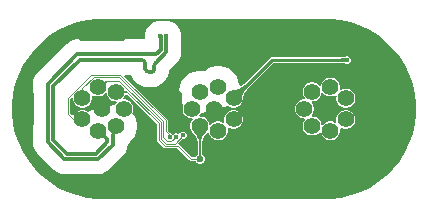
<source format=gtl>
G04*
G04 #@! TF.GenerationSoftware,Altium Limited,Altium Designer,23.3.1 (30)*
G04*
G04 Layer_Physical_Order=1*
G04 Layer_Color=255*
%FSLAX44Y44*%
%MOMM*%
G71*
G04*
G04 #@! TF.SameCoordinates,065D5753-7B19-4784-9F45-B8A4711B8C0D*
G04*
G04*
G04 #@! TF.FilePolarity,Positive*
G04*
G01*
G75*
%ADD17C,0.3660*%
%ADD18C,0.6000*%
G04:AMPARAMS|DCode=19|XSize=3mm|YSize=1mm|CornerRadius=0.25mm|HoleSize=0mm|Usage=FLASHONLY|Rotation=90.000|XOffset=0mm|YOffset=0mm|HoleType=Round|Shape=RoundedRectangle|*
%AMROUNDEDRECTD19*
21,1,3.0000,0.5000,0,0,90.0*
21,1,2.5000,1.0000,0,0,90.0*
1,1,0.5000,0.2500,1.2500*
1,1,0.5000,0.2500,-1.2500*
1,1,0.5000,-0.2500,-1.2500*
1,1,0.5000,-0.2500,1.2500*
%
%ADD19ROUNDEDRECTD19*%
%ADD20C,0.1016*%
%ADD21C,0.2540*%
%ADD22C,1.4000*%
G04:AMPARAMS|DCode=23|XSize=5mm|YSize=2mm|CornerRadius=0.5mm|HoleSize=0mm|Usage=FLASHONLY|Rotation=180.000|XOffset=0mm|YOffset=0mm|HoleType=Round|Shape=RoundedRectangle|*
%AMROUNDEDRECTD23*
21,1,5.0000,1.0000,0,0,180.0*
21,1,4.0000,2.0000,0,0,180.0*
1,1,1.0000,-2.0000,0.5000*
1,1,1.0000,2.0000,0.5000*
1,1,1.0000,2.0000,-0.5000*
1,1,1.0000,-2.0000,-0.5000*
%
%ADD23ROUNDEDRECTD23*%
G04:AMPARAMS|DCode=24|XSize=4mm|YSize=1mm|CornerRadius=0.25mm|HoleSize=0mm|Usage=FLASHONLY|Rotation=0.000|XOffset=0mm|YOffset=0mm|HoleType=Round|Shape=RoundedRectangle|*
%AMROUNDEDRECTD24*
21,1,4.0000,0.5000,0,0,0.0*
21,1,3.5000,1.0000,0,0,0.0*
1,1,0.5000,1.7500,-0.2500*
1,1,0.5000,-1.7500,-0.2500*
1,1,0.5000,-1.7500,0.2500*
1,1,0.5000,1.7500,0.2500*
%
%ADD24ROUNDEDRECTD24*%
G04:AMPARAMS|DCode=25|XSize=4mm|YSize=1.5mm|CornerRadius=0.375mm|HoleSize=0mm|Usage=FLASHONLY|Rotation=0.000|XOffset=0mm|YOffset=0mm|HoleType=Round|Shape=RoundedRectangle|*
%AMROUNDEDRECTD25*
21,1,4.0000,0.7500,0,0,0.0*
21,1,3.2500,1.5000,0,0,0.0*
1,1,0.7500,1.6250,-0.3750*
1,1,0.7500,-1.6250,-0.3750*
1,1,0.7500,-1.6250,0.3750*
1,1,0.7500,1.6250,0.3750*
%
%ADD25ROUNDEDRECTD25*%
%ADD26C,0.4064*%
%ADD27C,0.4100*%
%ADD28C,0.4060*%
G36*
X279770Y160158D02*
X288104Y158256D01*
X296174Y155432D01*
X303876Y151723D01*
X311115Y147175D01*
X317799Y141844D01*
X323844Y135799D01*
X329175Y129115D01*
X333723Y121876D01*
X337432Y114174D01*
X340256Y106105D01*
X342158Y97770D01*
X343116Y89275D01*
Y80725D01*
X342158Y72230D01*
X340256Y63896D01*
X337432Y55826D01*
X333723Y48123D01*
X329175Y40885D01*
X323844Y34201D01*
X317799Y28156D01*
X311115Y22825D01*
X303876Y18277D01*
X296174Y14568D01*
X288105Y11744D01*
X279770Y9842D01*
X271275Y8885D01*
X72758D01*
X64263Y9842D01*
X55929Y11744D01*
X47859Y14568D01*
X40156Y18277D01*
X32918Y22825D01*
X26234Y28156D01*
X20189Y34201D01*
X14858Y40885D01*
X10310Y48123D01*
X6601Y55826D01*
X3777Y63895D01*
X1875Y72230D01*
X918Y80725D01*
Y89275D01*
X1875Y97770D01*
X3777Y106104D01*
X6601Y114174D01*
X10310Y121876D01*
X14858Y129115D01*
X20189Y135799D01*
X26234Y141844D01*
X32918Y147175D01*
X40156Y151723D01*
X47859Y155432D01*
X55928Y158256D01*
X64263Y160158D01*
X72758Y161115D01*
X271275D01*
X279770Y160158D01*
D02*
G37*
%LPC*%
G36*
X133192Y159350D02*
X129808D01*
X128950Y159120D01*
X128092Y159350D01*
X124708D01*
X121440Y158474D01*
X118510Y156783D01*
X116117Y154390D01*
X114426Y151460D01*
X113550Y148192D01*
Y144808D01*
X112921Y143989D01*
X56160D01*
X56160Y143989D01*
X52863Y143555D01*
X49790Y142282D01*
X47152Y140258D01*
X47152Y140258D01*
X22082Y115188D01*
X20058Y112550D01*
X18785Y109477D01*
X18351Y106180D01*
Y56570D01*
X18785Y53273D01*
X20058Y50200D01*
X22082Y47562D01*
X36312Y33332D01*
X38950Y31308D01*
X42023Y30035D01*
X43671Y29818D01*
X45320Y29601D01*
X45320Y29601D01*
X73627D01*
X76924Y30035D01*
X79996Y31308D01*
X82635Y33332D01*
X95031Y45729D01*
X97055Y48367D01*
X98328Y51439D01*
X98545Y53088D01*
X98762Y54736D01*
X98762Y54736D01*
Y55593D01*
X100380Y56674D01*
X102859Y59153D01*
X104807Y62069D01*
X106149Y65308D01*
X106833Y68747D01*
Y72253D01*
X106149Y75692D01*
X104807Y78931D01*
X102908Y81774D01*
X102988Y81912D01*
X103533Y83947D01*
Y86053D01*
X102988Y88088D01*
X101935Y89912D01*
X100445Y91402D01*
X98621Y92455D01*
X96586Y93000D01*
X95643D01*
X95117Y94270D01*
X95435Y94588D01*
X96488Y96412D01*
X96638Y96974D01*
X98054Y97351D01*
X123320Y72086D01*
Y58548D01*
X123798Y57394D01*
X129096Y52096D01*
X130250Y51618D01*
X140792D01*
X151064Y41346D01*
X152218Y40868D01*
X156347D01*
X156609Y40234D01*
X157734Y39109D01*
X159204Y38500D01*
X160796D01*
X162266Y39109D01*
X163391Y40234D01*
X164000Y41704D01*
Y43296D01*
X163391Y44766D01*
X162266Y45891D01*
X162078Y45969D01*
X161632Y53180D01*
Y53954D01*
X161633Y53991D01*
X161760Y55567D01*
X161970Y57045D01*
X162262Y58426D01*
X162633Y59710D01*
X163084Y60897D01*
X163612Y61990D01*
X164218Y62991D01*
X164899Y63902D01*
X165696Y64768D01*
X165727Y64851D01*
X166414Y65155D01*
X167743Y64542D01*
X168045Y63412D01*
X169098Y61588D01*
X170588Y60098D01*
X172412Y59045D01*
X174447Y58500D01*
X176553D01*
X178588Y59045D01*
X180412Y60098D01*
X181902Y61588D01*
X182955Y63412D01*
X183500Y65447D01*
Y67553D01*
X183300Y68298D01*
X184391Y69135D01*
X185412Y68545D01*
X187447Y68000D01*
X189553D01*
X191588Y68545D01*
X193412Y69598D01*
X194902Y71088D01*
X195955Y72912D01*
X196500Y74947D01*
Y77053D01*
X195955Y79088D01*
X194902Y80912D01*
X193412Y82402D01*
X191588Y83455D01*
X189553Y84000D01*
X187447D01*
X185412Y83455D01*
X183588Y82402D01*
X182098Y80912D01*
X181045Y79088D01*
X180500Y77053D01*
Y74947D01*
X180700Y74202D01*
X179609Y73365D01*
X178588Y73955D01*
X176553Y74500D01*
X174447D01*
X172412Y73955D01*
X170588Y72902D01*
X169261Y71575D01*
X168764Y71566D01*
X168675Y71583D01*
X167909Y71892D01*
X167455Y73588D01*
X166402Y75412D01*
X164912Y76902D01*
X163088Y77955D01*
X161053Y78500D01*
X160110D01*
X159584Y79770D01*
X159902Y80088D01*
X160832Y81700D01*
X161753D01*
X165192Y82384D01*
X168431Y83726D01*
X171347Y85674D01*
X171767Y86094D01*
X173747Y85700D01*
X177253D01*
X180692Y86384D01*
X183603Y87590D01*
X185412Y86545D01*
X187447Y86000D01*
X189553D01*
X191588Y86545D01*
X193412Y87598D01*
X194902Y89088D01*
X195955Y90912D01*
X196500Y92947D01*
Y93843D01*
X196580Y94010D01*
X196634Y94976D01*
X196805Y95917D01*
X197102Y96907D01*
X197528Y97947D01*
X198089Y99034D01*
X198786Y100168D01*
X199612Y101334D01*
X201712Y103835D01*
X202966Y105139D01*
X203000Y105227D01*
X221871Y124097D01*
X279506D01*
X279593Y124060D01*
X282052Y124019D01*
X282551Y123984D01*
X282625Y123974D01*
X282772Y123826D01*
X283893Y123362D01*
X285107D01*
X286228Y123826D01*
X287086Y124684D01*
X287550Y125805D01*
Y127019D01*
X287086Y128140D01*
X286228Y128998D01*
X285107Y129462D01*
X283893D01*
X282772Y128998D01*
X282689Y128914D01*
X279559Y128763D01*
X279481Y128727D01*
X220912D01*
X220026Y128550D01*
X219275Y128049D01*
X199738Y108511D01*
X199655Y108481D01*
X197055Y106084D01*
X195846Y105120D01*
X194668Y104286D01*
X194570Y104226D01*
X193300Y104936D01*
Y105253D01*
X192616Y108692D01*
X191274Y111931D01*
X189326Y114847D01*
X186847Y117326D01*
X183932Y119274D01*
X180692Y120616D01*
X177253Y121300D01*
X173747D01*
X170308Y120616D01*
X167069Y119274D01*
X164153Y117326D01*
X163733Y116906D01*
X161753Y117300D01*
X158247D01*
X154808Y116616D01*
X151569Y115274D01*
X148653Y113326D01*
X146174Y110847D01*
X144226Y107931D01*
X142884Y104692D01*
X142200Y101253D01*
Y97747D01*
X142884Y94308D01*
X144226Y91069D01*
X146125Y88226D01*
X146045Y88088D01*
X145500Y86053D01*
Y83947D01*
X146045Y81912D01*
X147098Y80088D01*
X148588Y78598D01*
X150412Y77545D01*
X152447Y77000D01*
X153390D01*
X153916Y75730D01*
X153598Y75412D01*
X152545Y73588D01*
X152000Y71553D01*
Y69447D01*
X152545Y67412D01*
X153598Y65588D01*
X154237Y64949D01*
X154304Y64768D01*
X155101Y63902D01*
X155782Y62990D01*
X156387Y61990D01*
X156916Y60897D01*
X157367Y59710D01*
X157739Y58426D01*
X158030Y57045D01*
X158240Y55567D01*
X158367Y53991D01*
X158368Y53954D01*
Y53446D01*
X158286Y49181D01*
X158134Y47164D01*
X158042Y46485D01*
X157949Y46042D01*
X157922Y45969D01*
X157734Y45891D01*
X156609Y44766D01*
X156347Y44132D01*
X152894D01*
X142622Y54404D01*
X141967Y54676D01*
X141550Y56056D01*
X145016Y59521D01*
X145112Y59482D01*
X146325D01*
X147446Y59946D01*
X148304Y60804D01*
X148768Y61925D01*
Y63138D01*
X148304Y64259D01*
X147446Y65117D01*
X146325Y65582D01*
X145112D01*
X143991Y65117D01*
X143133Y64259D01*
X143124Y64238D01*
X141626Y63940D01*
X141431Y64135D01*
X140310Y64599D01*
X139097D01*
X137976Y64135D01*
X137120Y63279D01*
X136332Y64067D01*
X135211Y64531D01*
X134735D01*
X134705Y64604D01*
X132632Y66676D01*
Y75267D01*
X132154Y76421D01*
X95898Y112678D01*
X96384Y113851D01*
X102060D01*
X102301Y113057D01*
X103723Y110398D01*
X105636Y108066D01*
X107967Y106153D01*
X110627Y104731D01*
X113513Y103856D01*
X115462Y103664D01*
X116515Y103525D01*
X118813D01*
X119866Y103664D01*
X121815Y103856D01*
X124701Y104731D01*
X127361Y106153D01*
X129692Y108066D01*
X131605Y110398D01*
X133027Y113057D01*
X133903Y115944D01*
X134078Y117722D01*
X140288Y123932D01*
X142312Y126570D01*
X143585Y129643D01*
X144019Y132940D01*
Y143573D01*
X144350Y144808D01*
Y148192D01*
X143474Y151460D01*
X141783Y154390D01*
X139390Y156783D01*
X136460Y158474D01*
X133192Y159350D01*
D02*
G37*
G36*
X271553Y111500D02*
X269447D01*
X267412Y110955D01*
X265588Y109902D01*
X264098Y108412D01*
X263045Y106588D01*
X262591Y104892D01*
X261825Y104583D01*
X261736Y104566D01*
X261239Y104575D01*
X259912Y105902D01*
X258088Y106955D01*
X256053Y107500D01*
X253947D01*
X251912Y106955D01*
X250088Y105902D01*
X248598Y104412D01*
X247545Y102588D01*
X247000Y100553D01*
Y98447D01*
X247545Y96412D01*
X248598Y94588D01*
X248916Y94270D01*
X248390Y93000D01*
X247447D01*
X245412Y92455D01*
X243588Y91402D01*
X242098Y89912D01*
X241045Y88088D01*
X240500Y86053D01*
Y83947D01*
X241045Y81912D01*
X242098Y80088D01*
X243588Y78598D01*
X245412Y77545D01*
X247447Y77000D01*
X248390D01*
X248916Y75730D01*
X248598Y75412D01*
X247545Y73588D01*
X247000Y71553D01*
Y69447D01*
X247545Y67412D01*
X248598Y65588D01*
X250088Y64098D01*
X251912Y63045D01*
X253947Y62500D01*
X256053D01*
X258088Y63045D01*
X259912Y64098D01*
X261239Y65425D01*
X261736Y65434D01*
X261825Y65417D01*
X262591Y65108D01*
X263045Y63412D01*
X264098Y61588D01*
X265588Y60098D01*
X267412Y59045D01*
X269447Y58500D01*
X271553D01*
X273588Y59045D01*
X275412Y60098D01*
X276902Y61588D01*
X277955Y63412D01*
X278500Y65447D01*
Y67553D01*
X278300Y68298D01*
X279391Y69135D01*
X280412Y68545D01*
X282447Y68000D01*
X284553D01*
X286588Y68545D01*
X288412Y69598D01*
X289902Y71088D01*
X290955Y72912D01*
X291500Y74947D01*
Y77053D01*
X290955Y79088D01*
X289902Y80912D01*
X288412Y82402D01*
X286588Y83455D01*
X284553Y84000D01*
X282447D01*
X280412Y83455D01*
X278588Y82402D01*
X277098Y80912D01*
X276045Y79088D01*
X275500Y77053D01*
Y74947D01*
X275700Y74202D01*
X274609Y73365D01*
X273588Y73955D01*
X271553Y74500D01*
X269447D01*
X267412Y73955D01*
X265588Y72902D01*
X264261Y71575D01*
X263764Y71566D01*
X263675Y71583D01*
X262909Y71892D01*
X262455Y73588D01*
X261402Y75412D01*
X259912Y76902D01*
X258088Y77955D01*
X256053Y78500D01*
X255110D01*
X254584Y79770D01*
X254902Y80088D01*
X255955Y81912D01*
X256500Y83947D01*
Y86053D01*
X255955Y88088D01*
X254902Y89912D01*
X254584Y90230D01*
X255110Y91500D01*
X256053D01*
X258088Y92045D01*
X259912Y93098D01*
X261402Y94588D01*
X262455Y96412D01*
X262909Y98108D01*
X263675Y98417D01*
X263764Y98434D01*
X264261Y98425D01*
X265588Y97098D01*
X267412Y96045D01*
X269447Y95500D01*
X271553D01*
X273588Y96045D01*
X274609Y96635D01*
X275700Y95798D01*
X275500Y95053D01*
Y92947D01*
X276045Y90912D01*
X277098Y89088D01*
X278588Y87598D01*
X280412Y86545D01*
X282447Y86000D01*
X284553D01*
X286588Y86545D01*
X288412Y87598D01*
X289902Y89088D01*
X290955Y90912D01*
X291500Y92947D01*
Y95053D01*
X290955Y97088D01*
X289902Y98912D01*
X288412Y100402D01*
X286588Y101455D01*
X284553Y102000D01*
X282447D01*
X280412Y101455D01*
X279391Y100865D01*
X278300Y101702D01*
X278500Y102447D01*
Y104553D01*
X277955Y106588D01*
X276902Y108412D01*
X275412Y109902D01*
X273588Y110955D01*
X271553Y111500D01*
D02*
G37*
%LPD*%
G36*
X283036Y124977D02*
X282973Y125008D01*
X282847Y125036D01*
X282660Y125061D01*
X282099Y125101D01*
X279611Y125142D01*
Y127682D01*
X283036Y127847D01*
Y124977D01*
D02*
G37*
G36*
X81339Y108391D02*
X81035Y108081D01*
X80176Y107088D01*
X80051Y106901D01*
X79961Y106738D01*
X79907Y106600D01*
X79888Y106486D01*
X79906Y106397D01*
X78902Y107991D01*
X78969Y107943D01*
X79059Y107931D01*
X79172Y107954D01*
X79309Y108013D01*
X79469Y108107D01*
X79652Y108237D01*
X79859Y108402D01*
X80344Y108838D01*
X80621Y109109D01*
X81339Y108391D01*
D02*
G37*
G36*
X61043Y102238D02*
X61121Y101115D01*
X61145Y101035D01*
X61172Y100986D01*
X61203Y100968D01*
X59863D01*
X59894Y100986D01*
X59921Y101035D01*
X59946Y101115D01*
X59967Y101226D01*
X59984Y101367D01*
X60010Y101741D01*
X60025Y102532D01*
X61041D01*
X61043Y102238D01*
D02*
G37*
G36*
X96001Y100369D02*
X96077Y100294D01*
X96196Y100227D01*
X96357Y100169D01*
X96560Y100120D01*
X96806Y100079D01*
X97094Y100048D01*
X97798Y100013D01*
X98214Y100008D01*
Y98992D01*
X97798Y98988D01*
X96806Y98921D01*
X96560Y98880D01*
X96357Y98831D01*
X96196Y98773D01*
X96077Y98706D01*
X96001Y98631D01*
X95968Y98546D01*
Y100454D01*
X96001Y100369D01*
D02*
G37*
G36*
X80358Y98417D02*
X81124Y98108D01*
X81578Y96412D01*
X82632Y94588D01*
X84121Y93098D01*
X85945Y92045D01*
X87980Y91500D01*
X88923D01*
X89449Y90230D01*
X89131Y89912D01*
X88201Y88300D01*
X87280D01*
X83841Y87616D01*
X80602Y86274D01*
X77686Y84326D01*
X77266Y83906D01*
X75286Y84300D01*
X71780D01*
X68341Y83616D01*
X65430Y82410D01*
X63621Y83455D01*
X61586Y84000D01*
X59480D01*
X57445Y83455D01*
X55621Y82402D01*
X54131Y80912D01*
X53513Y79841D01*
X51962Y79597D01*
X49882Y81676D01*
Y93574D01*
X51263Y94955D01*
X52533Y94429D01*
Y92947D01*
X53078Y90912D01*
X54131Y89088D01*
X55621Y87598D01*
X57445Y86545D01*
X59480Y86000D01*
X61586D01*
X63621Y86545D01*
X65445Y87598D01*
X66935Y89088D01*
X67988Y90912D01*
X68533Y92947D01*
Y95053D01*
X68334Y95798D01*
X69424Y96635D01*
X70445Y96045D01*
X72480Y95500D01*
X74586D01*
X76621Y96045D01*
X78445Y97098D01*
X79772Y98425D01*
X80269Y98434D01*
X80358Y98417D01*
D02*
G37*
G36*
X202185Y105889D02*
X200906Y104558D01*
X198754Y101996D01*
X197882Y100765D01*
X197146Y99566D01*
X196545Y98401D01*
X196080Y97268D01*
X195751Y96169D01*
X195557Y95103D01*
X195500Y94070D01*
X188570Y101000D01*
X189603Y101057D01*
X190669Y101251D01*
X191768Y101580D01*
X192901Y102045D01*
X194066Y102646D01*
X195265Y103382D01*
X196496Y104254D01*
X197761Y105262D01*
X200389Y107685D01*
X202185Y105889D01*
D02*
G37*
G36*
X164065Y64594D02*
X163319Y63596D01*
X162660Y62506D01*
X162089Y61325D01*
X161606Y60053D01*
X161211Y58689D01*
X160903Y57234D01*
X160684Y55687D01*
X160552Y54048D01*
X160535Y53386D01*
X161008Y45744D01*
X161140Y45380D01*
X161289Y45209D01*
X158712D01*
X158860Y45380D01*
X158993Y45744D01*
X159109Y46301D01*
X159211Y47051D01*
X159367Y49130D01*
X159456Y53738D01*
X159448Y54048D01*
X159316Y55687D01*
X159097Y57234D01*
X158789Y58689D01*
X158394Y60053D01*
X157911Y61325D01*
X157340Y62506D01*
X156681Y63596D01*
X155934Y64594D01*
X155100Y65501D01*
X164900D01*
X164065Y64594D01*
D02*
G37*
D17*
X122566Y124226D02*
G03*
X121494Y121638I2588J-2588D01*
G01*
X118813Y116264D02*
G03*
X121494Y118945I0J2681D01*
G01*
X113834D02*
G03*
X116515Y116264I2681J0D01*
G01*
X113834Y122930D02*
G03*
X110174Y126590I-3660J0D01*
G01*
X122566Y124226D02*
X131250Y132910D01*
X121494Y118945D02*
Y121638D01*
X116515Y116264D02*
X118813D01*
X113834Y118945D02*
Y122930D01*
X100684Y126590D02*
X110174D01*
X35750Y58500D02*
Y104250D01*
X31090Y56570D02*
Y106180D01*
X56160Y131250D01*
X58090Y126590D02*
X100684D01*
X35750Y104250D02*
X58090Y126590D01*
X56160Y131250D02*
X123000D01*
X126620Y134870D02*
Y146280D01*
X131280Y132940D02*
Y145969D01*
X126400Y146500D02*
X126620Y146280D01*
X131500Y146189D02*
Y146500D01*
X131250Y132910D02*
X131280Y132940D01*
Y145969D02*
X131500Y146189D01*
X123000Y131250D02*
X126620Y134870D01*
X87055Y68522D02*
X89033Y70500D01*
X87055Y64218D02*
Y68522D01*
X86023Y63186D02*
X87055Y64218D01*
X86023Y54736D02*
Y63186D01*
X73627Y42340D02*
X86023Y54736D01*
X31090Y56570D02*
X45320Y42340D01*
X73627D01*
X73533Y66500D02*
X74562D01*
X81363Y59699D01*
Y56666D02*
Y59699D01*
X71697Y47000D02*
X81363Y56666D01*
X35750Y58500D02*
X47250Y47000D01*
X71697D01*
D18*
X160000Y42500D02*
D03*
D19*
X14533Y85000D02*
D03*
X139533D02*
D03*
D20*
X141468Y53250D02*
X152218Y42500D01*
X160000D01*
Y70500D01*
X70009Y112008D02*
X91408D01*
X60533Y102532D02*
X70009Y112008D01*
X91408D02*
X128984Y74432D01*
X75730Y103500D02*
X80980Y108750D01*
X91815D02*
X126968Y73597D01*
X80980Y108750D02*
X91815D01*
X130250Y53250D02*
X141468D01*
X124952Y58548D02*
X130250Y53250D01*
X126968Y59496D02*
X130964Y55500D01*
X138687D02*
X145718Y62532D01*
X130964Y55500D02*
X131395D01*
X136506D02*
X138687D01*
X131411Y55484D02*
X136490D01*
X136506Y55500D01*
X131395D02*
X131411Y55484D01*
X128984Y60762D02*
X132246Y57500D01*
X135655D02*
X139704Y61549D01*
X132246Y57500D02*
X135655D01*
X128984Y60762D02*
Y74432D01*
X124952Y58548D02*
Y72762D01*
X126968Y59496D02*
Y73597D01*
X48250Y81000D02*
Y94250D01*
X68024Y114024D02*
X92243D01*
X48250Y94250D02*
X68024Y114024D01*
X59887Y76646D02*
X60533Y76000D01*
X52604Y76646D02*
X59887D01*
X48250Y81000D02*
X52604Y76646D01*
X89033Y99500D02*
X98214D01*
X124952Y72762D01*
X73533Y103500D02*
X75730D01*
X92243Y114024D02*
X131000Y75267D01*
Y66000D02*
X133550Y63450D01*
X131000Y66000D02*
Y75267D01*
X133550Y63369D02*
Y63450D01*
X134604Y61481D02*
Y62316D01*
X133550Y63369D02*
X134604Y62316D01*
X139704Y61549D02*
Y61549D01*
X60533Y94000D02*
Y102532D01*
D21*
X220912Y126412D02*
X284500D01*
X188500Y94000D02*
X220912Y126412D01*
D22*
X283500Y76000D02*
D03*
Y94000D02*
D03*
X270500Y103500D02*
D03*
X255000Y99500D02*
D03*
X248500Y85000D02*
D03*
X267000D02*
D03*
X255000Y70500D02*
D03*
X270500Y66500D02*
D03*
X60533Y94000D02*
D03*
Y76000D02*
D03*
X73533Y66500D02*
D03*
X89033Y70500D02*
D03*
X95533Y85000D02*
D03*
X77033Y85000D02*
D03*
X89033Y99500D02*
D03*
X73533Y103500D02*
D03*
X188500Y94000D02*
D03*
Y76000D02*
D03*
X175500Y66500D02*
D03*
X160000Y70500D02*
D03*
X153500Y85000D02*
D03*
X172000D02*
D03*
X160000Y99500D02*
D03*
X175500Y103500D02*
D03*
D23*
X267000Y22500D02*
D03*
Y147500D02*
D03*
X172000D02*
D03*
Y22500D02*
D03*
D24*
X77033Y147500D02*
D03*
D25*
Y22500D02*
D03*
D26*
X109750Y102500D02*
D03*
X195750Y108750D02*
D03*
X165000Y49500D02*
D03*
X155500D02*
D03*
X137000Y48250D02*
D03*
X123750Y52750D02*
D03*
X120750Y71000D02*
D03*
X130000Y105000D02*
D03*
X118000Y96000D02*
D03*
X100500Y146750D02*
D03*
X53000Y147250D02*
D03*
X36000Y133750D02*
D03*
X23750Y121500D02*
D03*
X15250Y103000D02*
D03*
X15000Y65750D02*
D03*
X21000Y44000D02*
D03*
X32500Y31750D02*
D03*
X54000Y27000D02*
D03*
X87750Y33500D02*
D03*
X102000Y54736D02*
D03*
D27*
X246250Y120750D02*
D03*
X338750Y83750D02*
D03*
X293000Y85500D02*
D03*
X294500Y100750D02*
D03*
X275250Y121500D02*
D03*
X296000Y132500D02*
D03*
X308500Y120000D02*
D03*
X260750Y110000D02*
D03*
X225000Y120250D02*
D03*
X243000Y97500D02*
D03*
X308750Y102750D02*
D03*
X131500Y146500D02*
D03*
X126400D02*
D03*
X135750Y67500D02*
D03*
X108750Y75000D02*
D03*
X100500Y111250D02*
D03*
X52250Y88000D02*
D03*
X134604Y61481D02*
D03*
X139704Y61549D02*
D03*
X145718Y62532D02*
D03*
X141750Y158750D02*
D03*
X116000D02*
D03*
X111000Y146250D02*
D03*
X140500Y103000D02*
D03*
X147750Y72250D02*
D03*
X52604Y83000D02*
D03*
X196750Y84750D02*
D03*
X174500Y126000D02*
D03*
X284500Y126412D02*
D03*
D28*
X331701Y103100D02*
D03*
Y63100D02*
D03*
X311701Y143101D02*
D03*
X321701Y123100D02*
D03*
X311701Y63100D02*
D03*
X321701Y43100D02*
D03*
X291701Y63100D02*
D03*
X301701Y43100D02*
D03*
X281701D02*
D03*
X261701D02*
D03*
X231701Y143101D02*
D03*
Y63100D02*
D03*
X241701Y43100D02*
D03*
X231701Y23100D02*
D03*
X211701Y143101D02*
D03*
Y103100D02*
D03*
X221701Y83100D02*
D03*
X211701Y63100D02*
D03*
X221701Y43100D02*
D03*
X211701Y23100D02*
D03*
X201701Y123100D02*
D03*
Y43100D02*
D03*
X181701D02*
D03*
X131701Y23100D02*
D03*
X111701D02*
D03*
X31701Y143101D02*
D03*
M02*

</source>
